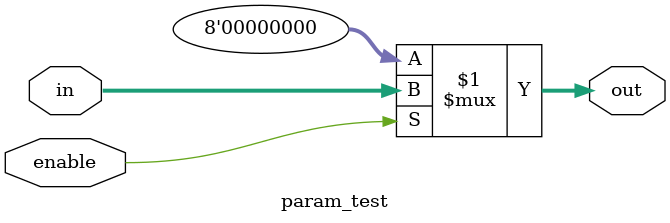
<source format=sv>

module parse_test (
    input  logic       clk,
    input  logic       rst_n,
    input  logic [7:0] data_in,
    output logic [7:0] data_out,
    output logic       valid
);
  // Basic register
  logic [7:0] data_reg;

  // Simple sequential logic
  always_ff @(posedge clk or negedge rst_n) begin
    if (!rst_n) begin
      data_reg <= 8'h00;
      valid <= 1'b0;
    end else begin
      data_reg <= data_in;
      valid <= 1'b1;
    end
  end

  // Simple continuous assignment
  assign data_out = data_reg;

  // Named begin-end block
  initial begin : init_block
    $display("Module initialized");
  end

endmodule

// Simple parameter module
module param_test #(
    parameter int WIDTH = 8
) (
    input  logic             enable,
    input  logic [WIDTH-1:0] in,
    output logic [WIDTH-1:0] out
);
  // Simple logic with parameterization
  assign out = enable ? in : {WIDTH{1'b0}};
endmodule

</source>
